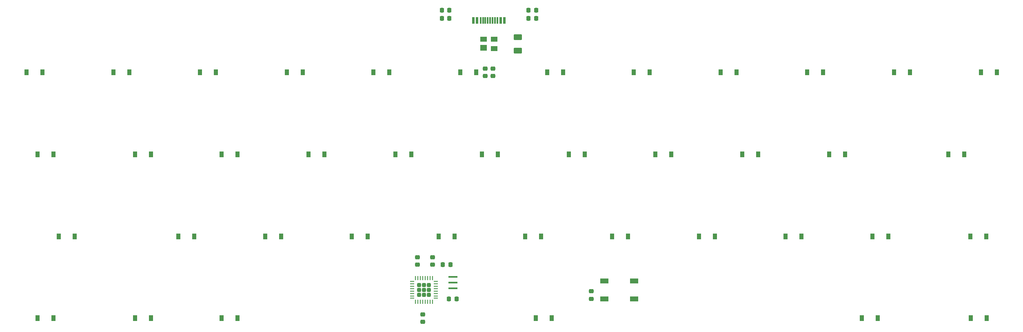
<source format=gbr>
%TF.GenerationSoftware,KiCad,Pcbnew,(5.99.0-9650-gad505e29c0)*%
%TF.CreationDate,2021-03-23T23:02:50-07:00*%
%TF.ProjectId,Choc40,43686f63-3430-42e6-9b69-6361645f7063,rev?*%
%TF.SameCoordinates,Original*%
%TF.FileFunction,Paste,Bot*%
%TF.FilePolarity,Positive*%
%FSLAX46Y46*%
G04 Gerber Fmt 4.6, Leading zero omitted, Abs format (unit mm)*
G04 Created by KiCad (PCBNEW (5.99.0-9650-gad505e29c0)) date 2021-03-23 23:02:50*
%MOMM*%
%LPD*%
G01*
G04 APERTURE LIST*
G04 Aperture macros list*
%AMRoundRect*
0 Rectangle with rounded corners*
0 $1 Rounding radius*
0 $2 $3 $4 $5 $6 $7 $8 $9 X,Y pos of 4 corners*
0 Add a 4 corners polygon primitive as box body*
4,1,4,$2,$3,$4,$5,$6,$7,$8,$9,$2,$3,0*
0 Add four circle primitives for the rounded corners*
1,1,$1+$1,$2,$3*
1,1,$1+$1,$4,$5*
1,1,$1+$1,$6,$7*
1,1,$1+$1,$8,$9*
0 Add four rect primitives between the rounded corners*
20,1,$1+$1,$2,$3,$4,$5,0*
20,1,$1+$1,$4,$5,$6,$7,0*
20,1,$1+$1,$6,$7,$8,$9,0*
20,1,$1+$1,$8,$9,$2,$3,0*%
G04 Aperture macros list end*
%ADD10R,0.900000X1.200000*%
%ADD11R,0.600000X1.450000*%
%ADD12R,0.300000X1.450000*%
%ADD13RoundRect,0.218750X0.256250X-0.218750X0.256250X0.218750X-0.256250X0.218750X-0.256250X-0.218750X0*%
%ADD14RoundRect,0.218750X0.218750X0.256250X-0.218750X0.256250X-0.218750X-0.256250X0.218750X-0.256250X0*%
%ADD15RoundRect,0.218750X-0.218750X-0.256250X0.218750X-0.256250X0.218750X0.256250X-0.218750X0.256250X0*%
%ADD16RoundRect,0.218750X-0.256250X0.218750X-0.256250X-0.218750X0.256250X-0.218750X0.256250X0.218750X0*%
%ADD17R,1.400000X1.200000*%
%ADD18R,1.400000X1.000000*%
%ADD19RoundRect,0.250000X0.625000X-0.375000X0.625000X0.375000X-0.625000X0.375000X-0.625000X-0.375000X0*%
%ADD20R,1.800000X1.100000*%
%ADD21R,1.900000X0.400000*%
%ADD22RoundRect,0.207500X0.207500X0.207500X-0.207500X0.207500X-0.207500X-0.207500X0.207500X-0.207500X0*%
%ADD23RoundRect,0.062500X0.375000X0.062500X-0.375000X0.062500X-0.375000X-0.062500X0.375000X-0.062500X0*%
%ADD24RoundRect,0.062500X0.062500X0.375000X-0.062500X0.375000X-0.062500X-0.375000X0.062500X-0.375000X0*%
G04 APERTURE END LIST*
D10*
%TO.C,D34*%
X236150000Y-73400000D03*
X232850000Y-73400000D03*
%TD*%
D11*
%TO.C,USB1*%
X129775000Y-28610000D03*
X130550000Y-28610000D03*
D12*
X131250000Y-28610000D03*
X131750000Y-28610000D03*
X132250000Y-28610000D03*
X132750000Y-28610000D03*
X133250000Y-28610000D03*
X133750000Y-28610000D03*
X134250000Y-28610000D03*
X134750000Y-28610000D03*
D11*
X135450000Y-28610000D03*
X136225000Y-28610000D03*
%TD*%
D10*
%TO.C,D33*%
X215850000Y-73400000D03*
X212550000Y-73400000D03*
%TD*%
%TO.C,D21*%
X188850000Y-56400000D03*
X185550000Y-56400000D03*
%TD*%
%TO.C,D12*%
X238350000Y-39400000D03*
X235050000Y-39400000D03*
%TD*%
%TO.C,D11*%
X220350000Y-39400000D03*
X217050000Y-39400000D03*
%TD*%
%TO.C,D20*%
X170850000Y-56400000D03*
X167550000Y-56400000D03*
%TD*%
%TO.C,D13*%
X42600000Y-56400000D03*
X39300000Y-56400000D03*
%TD*%
D13*
%TO.C,C4*%
X121250000Y-79287500D03*
X121250000Y-77712500D03*
%TD*%
D10*
%TO.C,D18*%
X134850000Y-56400000D03*
X131550000Y-56400000D03*
%TD*%
D13*
%TO.C,R3*%
X132200000Y-40187500D03*
X132200000Y-38612500D03*
%TD*%
D10*
%TO.C,D31*%
X179850000Y-73400000D03*
X176550000Y-73400000D03*
%TD*%
D14*
%TO.C,R5*%
X124787500Y-26500000D03*
X123212500Y-26500000D03*
%TD*%
D10*
%TO.C,D8*%
X166350000Y-39400000D03*
X163050000Y-39400000D03*
%TD*%
D15*
%TO.C,C5*%
X123212500Y-28250000D03*
X124787500Y-28250000D03*
%TD*%
D10*
%TO.C,D29*%
X143850000Y-73400000D03*
X140550000Y-73400000D03*
%TD*%
D15*
%TO.C,R7*%
X141212500Y-28250000D03*
X142787500Y-28250000D03*
%TD*%
D10*
%TO.C,D2*%
X58350000Y-39400000D03*
X55050000Y-39400000D03*
%TD*%
%TO.C,D38*%
X146050000Y-90400000D03*
X142750000Y-90400000D03*
%TD*%
%TO.C,D16*%
X98850000Y-56400000D03*
X95550000Y-56400000D03*
%TD*%
%TO.C,D14*%
X62850000Y-56400000D03*
X59550000Y-56400000D03*
%TD*%
%TO.C,D26*%
X89850000Y-73400000D03*
X86550000Y-73400000D03*
%TD*%
D13*
%TO.C,R2*%
X133800000Y-40187500D03*
X133800000Y-38612500D03*
%TD*%
D10*
%TO.C,D36*%
X62850000Y-90400000D03*
X59550000Y-90400000D03*
%TD*%
D13*
%TO.C,R4*%
X119250000Y-91162500D03*
X119250000Y-89587500D03*
%TD*%
D10*
%TO.C,D6*%
X130350000Y-39400000D03*
X127050000Y-39400000D03*
%TD*%
%TO.C,D15*%
X80850000Y-56400000D03*
X77550000Y-56400000D03*
%TD*%
%TO.C,D17*%
X116850000Y-56400000D03*
X113550000Y-56400000D03*
%TD*%
D16*
%TO.C,R1*%
X154225000Y-84812500D03*
X154225000Y-86387500D03*
%TD*%
D15*
%TO.C,C2*%
X124712500Y-86400000D03*
X126287500Y-86400000D03*
%TD*%
D10*
%TO.C,D27*%
X107850000Y-73400000D03*
X104550000Y-73400000D03*
%TD*%
D17*
%TO.C,D41*%
X131900000Y-34270000D03*
D18*
X131900000Y-32550000D03*
X134100000Y-32550000D03*
X134100000Y-34450000D03*
%TD*%
D13*
%TO.C,C1*%
X118200000Y-79287500D03*
X118200000Y-77712500D03*
%TD*%
D10*
%TO.C,D23*%
X231650000Y-56400000D03*
X228350000Y-56400000D03*
%TD*%
%TO.C,D1*%
X40350000Y-39400000D03*
X37050000Y-39400000D03*
%TD*%
%TO.C,D24*%
X47050000Y-73400000D03*
X43750000Y-73400000D03*
%TD*%
%TO.C,D3*%
X76350000Y-39400000D03*
X73050000Y-39400000D03*
%TD*%
D19*
%TO.C,F1*%
X139000000Y-34900000D03*
X139000000Y-32100000D03*
%TD*%
D10*
%TO.C,D39*%
X213650000Y-90400000D03*
X210350000Y-90400000D03*
%TD*%
%TO.C,D37*%
X80850000Y-90400000D03*
X77550000Y-90400000D03*
%TD*%
%TO.C,D28*%
X125850000Y-73400000D03*
X122550000Y-73400000D03*
%TD*%
D20*
%TO.C,SW99*%
X163100000Y-82650000D03*
X156900000Y-86350000D03*
X163100000Y-86350000D03*
X156900000Y-82650000D03*
%TD*%
D10*
%TO.C,D22*%
X206850000Y-56400000D03*
X203550000Y-56400000D03*
%TD*%
%TO.C,D35*%
X42650000Y-90400000D03*
X39350000Y-90400000D03*
%TD*%
%TO.C,D4*%
X94350000Y-39400000D03*
X91050000Y-39400000D03*
%TD*%
D21*
%TO.C,Y1*%
X125500000Y-81800000D03*
X125500000Y-83000000D03*
X125500000Y-84200000D03*
%TD*%
D10*
%TO.C,D5*%
X112350000Y-39400000D03*
X109050000Y-39400000D03*
%TD*%
%TO.C,D40*%
X236250000Y-90400000D03*
X232950000Y-90400000D03*
%TD*%
%TO.C,D7*%
X148350000Y-39400000D03*
X145050000Y-39400000D03*
%TD*%
%TO.C,D19*%
X152850000Y-56400000D03*
X149550000Y-56400000D03*
%TD*%
%TO.C,D25*%
X71850000Y-73400000D03*
X68550000Y-73400000D03*
%TD*%
D15*
%TO.C,R6*%
X141212500Y-26500000D03*
X142787500Y-26500000D03*
%TD*%
D10*
%TO.C,D30*%
X161850000Y-73400000D03*
X158550000Y-73400000D03*
%TD*%
%TO.C,D10*%
X202350000Y-39400000D03*
X199050000Y-39400000D03*
%TD*%
D22*
%TO.C,U1*%
X119500000Y-83470000D03*
X119500000Y-85530000D03*
X119500000Y-84500000D03*
X118470000Y-85530000D03*
X120530000Y-84500000D03*
X120530000Y-85530000D03*
X118470000Y-83470000D03*
X118470000Y-84500000D03*
X120530000Y-83470000D03*
D23*
X121937500Y-82750000D03*
X121937500Y-83250000D03*
X121937500Y-83750000D03*
X121937500Y-84250000D03*
X121937500Y-84750000D03*
X121937500Y-85250000D03*
X121937500Y-85750000D03*
X121937500Y-86250000D03*
D24*
X121250000Y-86937500D03*
X120750000Y-86937500D03*
X120250000Y-86937500D03*
X119750000Y-86937500D03*
X119250000Y-86937500D03*
X118750000Y-86937500D03*
X118250000Y-86937500D03*
X117750000Y-86937500D03*
D23*
X117062500Y-86250000D03*
X117062500Y-85750000D03*
X117062500Y-85250000D03*
X117062500Y-84750000D03*
X117062500Y-84250000D03*
X117062500Y-83750000D03*
X117062500Y-83250000D03*
X117062500Y-82750000D03*
D24*
X117750000Y-82062500D03*
X118250000Y-82062500D03*
X118750000Y-82062500D03*
X119250000Y-82062500D03*
X119750000Y-82062500D03*
X120250000Y-82062500D03*
X120750000Y-82062500D03*
X121250000Y-82062500D03*
%TD*%
D15*
%TO.C,C3*%
X123412500Y-79250000D03*
X124987500Y-79250000D03*
%TD*%
D10*
%TO.C,D32*%
X197850000Y-73400000D03*
X194550000Y-73400000D03*
%TD*%
%TO.C,D9*%
X184350000Y-39400000D03*
X181050000Y-39400000D03*
%TD*%
M02*

</source>
